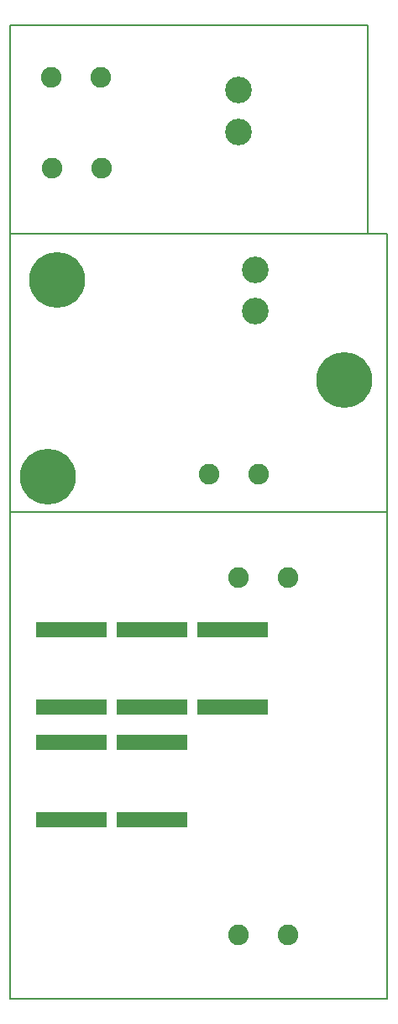
<source format=gbs>
G04*
G04 #@! TF.GenerationSoftware,Altium Limited,Altium Designer,18.1.9 (240)*
G04*
G04 Layer_Color=16711935*
%FSLAX44Y44*%
%MOMM*%
G71*
G01*
G75*
%ADD40C,0.2000*%
%ADD72C,2.6924*%
%ADD73C,2.0770*%
%ADD74C,5.6270*%
%ADD75R,7.1270X1.6270*%
D40*
Y500000D02*
X380000D01*
X0Y780000D02*
X380000D01*
X0Y10000D02*
X380000D01*
Y780000D01*
X360000D02*
X380000D01*
X360000D02*
Y990000D01*
X0D02*
X360000D01*
X0Y10000D02*
Y990000D01*
D72*
X230124Y924780D02*
D03*
Y882870D02*
D03*
X246944Y744091D02*
D03*
Y702181D02*
D03*
D73*
X91694Y846040D02*
D03*
X41694D02*
D03*
X91294Y937480D02*
D03*
X41294D02*
D03*
X229739Y74422D02*
D03*
X279739D02*
D03*
X229739Y433832D02*
D03*
X279739D02*
D03*
X200044Y538479D02*
D03*
X250044D02*
D03*
D74*
X336804Y633166D02*
D03*
X47244Y733656D02*
D03*
X37450Y535536D02*
D03*
D75*
X142935Y381952D02*
D03*
Y303952D02*
D03*
X61655Y381952D02*
D03*
Y303952D02*
D03*
X224305Y381952D02*
D03*
Y303952D02*
D03*
X142845Y189802D02*
D03*
Y267802D02*
D03*
X61565Y189802D02*
D03*
Y267802D02*
D03*
M02*

</source>
